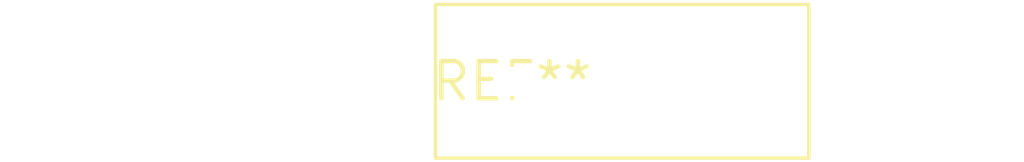
<source format=kicad_pcb>
(kicad_pcb (version 20240108) (generator pcbnew)
  (layers (0 "F.Cu" signal) (31 "B.Cu" signal) (34 "B.Paste" user) (35 "F.Paste" user) (36 "B.SilkS" user "B.Silkscreen") (37 "F.SilkS" user "F.Silkscreen") (38 "B.Mask" user) (39 "F.Mask" user) (44 "Edge.Cuts" user))
  (net 0 "")
  (footprint "C_Disc_D12.5mm_W5.0mm_P7.50mm" (layer "F.Cu") (at 0 0)
    (property "Reference" "REF**")
    (property "Value" "C_Disc_D12.5mm_W5.0mm_P7.50mm")
    (fp_line (start -2.62 -2.62) (end -2.62 2.62) (layer "F.SilkS") (stroke (width 0.12)))
    (fp_line (start -2.62 -2.62) (end 10.12 -2.62) (layer "F.SilkS") (stroke (width 0.12)))
    (fp_line (start -2.62 2.62) (end 10.12 2.62) (layer "F.SilkS") (stroke (width 0.12)))
    (fp_line (start 10.12 -2.62) (end 10.12 2.62) (layer "F.SilkS") (stroke (width 0.12)))
    (pad "1" thru_hole circle (at 0 0) (size 2 2) (drill 1) (layers *.Cu *.Mask) (remove_unused_layers))
    (pad "2" thru_hole circle (at 7.5 0) (size 2 2) (drill 1) (layers *.Cu *.Mask) (remove_unused_layers))
  )
)
</source>
